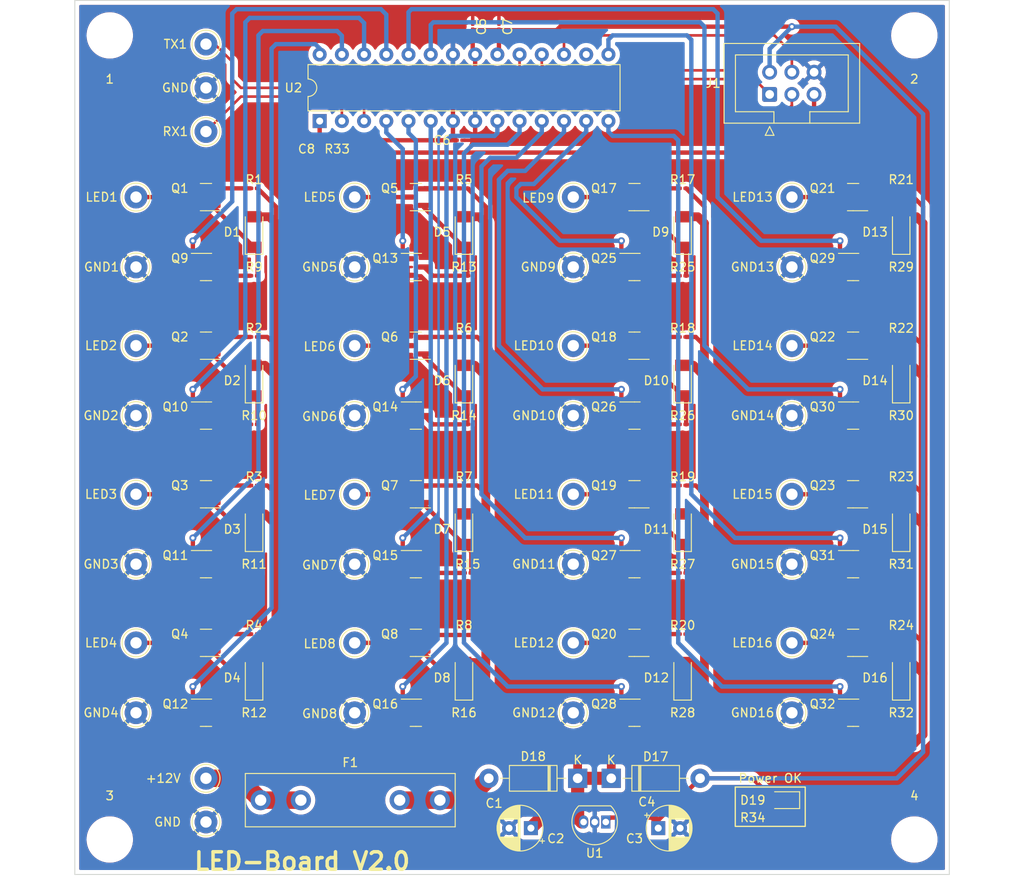
<source format=kicad_pcb>
(kicad_pcb (version 20211014) (generator pcbnew)
  (title_block (title "LED-Board") (date "2022-06-27") (rev "2.0"))
  (layers (0 "F.Cu" signal) (31 "B.Cu" signal) (34 "B.Paste" user) (35 "F.Paste" user) (36 "B.SilkS" user "B.Silkscreen") (37 "F.SilkS" user "F.Silkscreen") (38 "B.Mask" user) (39 "F.Mask" user) (44 "Edge.Cuts" user))
  (net 0 "")
  (net 1 "GND")
  (net 2 "+12V")
  (net 3 "Net-(D3-Pad1)")
  (net 4 "Net-(D4-Pad1)")
  (net 5 "Net-(Q2-Pad2)")
  (net 6 "Net-(LED1-Pad1)")
  (net 7 "Net-(D5-Pad1)")
  (net 8 "Net-(D6-Pad1)")
  (net 9 "Net-(D7-Pad1)")
  (net 10 "Net-(D8-Pad1)")
  (net 11 "Net-(D9-Pad1)")
  (net 12 "Net-(D10-Pad1)")
  (net 13 "Net-(D11-Pad1)")
  (net 14 "Net-(D12-Pad1)")
  (net 15 "Net-(D13-Pad1)")
  (net 16 "Net-(D14-Pad1)")
  (net 17 "Net-(D15-Pad1)")
  (net 18 "Net-(D16-Pad1)")
  (net 19 "Net-(D1-Pad1)")
  (net 20 "Net-(D2-Pad1)")
  (net 21 "Net-(LED2-Pad1)")
  (net 22 "Net-(LED3-Pad1)")
  (net 23 "Net-(LED4-Pad1)")
  (net 24 "Net-(LED5-Pad1)")
  (net 25 "Net-(LED6-Pad1)")
  (net 26 "Net-(LED7-Pad1)")
  (net 27 "Net-(LED8-Pad1)")
  (net 28 "Net-(LED9-Pad1)")
  (net 29 "Net-(LED10-Pad1)")
  (net 30 "Net-(LED11-Pad1)")
  (net 31 "Net-(LED12-Pad1)")
  (net 32 "Net-(LED13-Pad1)")
  (net 33 "Net-(LED14-Pad1)")
  (net 34 "Net-(LED15-Pad1)")
  (net 35 "Net-(LED16-Pad1)")
  (net 36 "Net-(Q1-Pad2)")
  (net 37 "Net-(Q3-Pad2)")
  (net 38 "Net-(Q4-Pad2)")
  (net 39 "Net-(Q5-Pad2)")
  (net 40 "Net-(Q6-Pad2)")
  (net 41 "Net-(Q7-Pad2)")
  (net 42 "Net-(Q8-Pad2)")
  (net 43 "Net-(Q9-Pad3)")
  (net 44 "RESET")
  (net 45 "Net-(Q10-Pad3)")
  (net 46 "MISO")
  (net 47 "Net-(Q11-Pad3)")
  (net 48 "SCK")
  (net 49 "Net-(Q12-Pad3)")
  (net 50 "MOSI")
  (net 51 "Net-(Q13-Pad3)")
  (net 52 "LED1")
  (net 53 "Net-(Q14-Pad3)")
  (net 54 "LED2")
  (net 55 "Net-(Q15-Pad3)")
  (net 56 "LED3")
  (net 57 "Net-(Q16-Pad3)")
  (net 58 "Net-(Q17-Pad2)")
  (net 59 "Net-(Q18-Pad2)")
  (net 60 "Net-(Q19-Pad2)")
  (net 61 "Net-(Q20-Pad2)")
  (net 62 "Net-(Q21-Pad2)")
  (net 63 "Net-(Q22-Pad2)")
  (net 64 "Net-(Q23-Pad2)")
  (net 65 "Net-(Q24-Pad2)")
  (net 66 "LED4")
  (net 67 "Net-(Q25-Pad3)")
  (net 68 "LED5")
  (net 69 "Net-(Q26-Pad3)")
  (net 70 "LED6")
  (net 71 "Net-(Q27-Pad3)")
  (net 72 "LED7")
  (net 73 "Net-(Q28-Pad3)")
  (net 74 "LED8")
  (net 75 "Net-(Q29-Pad3)")
  (net 76 "LED9")
  (net 77 "Net-(Q30-Pad3)")
  (net 78 "LED10")
  (net 79 "Net-(Q31-Pad3)")
  (net 80 "LED11")
  (net 81 "Net-(Q32-Pad3)")
  (net 82 "LED12")
  (net 83 "LED13")
  (net 84 "LED14")
  (net 85 "LED15")
  (net 86 "LED16")
  (net 87 "RX")
  (net 88 "TX")
  (net 89 "SS")
  (net 90 "Net-(+12V_1-Pad1)")
  (net 91 "VCC")
  (net 92 "Net-(D19-Pad1)")
  (net 93 "Net-(D18-Pad2)")
  (footprint "Connector_Pin:Pin_D1.3mm_L11.0mm" (layer "F.Cu") (at 102 59.5)
    (fp_text reference "LED14")
    (fp_text value "MHole")
  )
  (footprint "Diode_SMD:D_MiniMELF" (layer "F.Cu") (at 89.5 97.5 90)
    (fp_text reference "D12")
    (fp_text value "BZV55C3V3")
  )
  (footprint "Connector_Pin:Pin_D1.3mm_L11.0mm" (layer "F.Cu") (at 35 109)
    (fp_text reference "+12V")
    (fp_text value "MHole")
  )
  (footprint "Package_TO_SOT_SMD:SOT-23" (layer "F.Cu") (at 35 101.5)
    (fp_text reference "Q12")
    (fp_text value "BC846")
  )
  (footprint "Resistor_SMD:R_0201_0603Metric_Pad0.64x0.40mm_HandSolder" (layer "F.Cu") (at 64.5 68.5 180)
    (fp_text reference "R14")
    (fp_text value "R_Small")
  )
  (footprint "Package_TO_SOT_SMD:SOT-23" (layer "F.Cu") (at 59 50.5)
    (fp_text reference "Q13")
    (fp_text value "BC846")
  )
  (footprint "Resistor_SMD:R_0201_0603Metric_Pad0.64x0.40mm_HandSolder" (layer "F.Cu") (at 89.5 75.5 180)
    (fp_text reference "R19")
    (fp_text value "R_Small")
  )
  (footprint "Resistor_SMD:R_0201_0603Metric_Pad0.64x0.40mm_HandSolder" (layer "F.Cu") (at 114.5 102.5 180)
    (fp_text reference "R32")
    (fp_text value "R_Small")
  )
  (footprint "Connector_Pin:Pin_D1.3mm_L11.0mm" (layer "F.Cu") (at 52 93.5)
    (fp_text reference "LED8")
    (fp_text value "MHole")
  )
  (footprint "Capacitor_SMD:C_0201_0603Metric_Pad0.64x0.40mm_HandSolder" (layer "F.Cu") (at 64 36)
    (fp_text reference "C6")
    (fp_text value "100n")
  )
  (footprint "Capacitor_SMD:C_0201_0603Metric_Pad0.64x0.40mm_HandSolder" (layer "F.Cu") (at 48 37 -90)
    (fp_text reference "C8")
    (fp_text value "1u")
  )
  (footprint "Connector_Pin:Pin_D1.3mm_L11.0mm" (layer "F.Cu") (at 27 84.5)
    (fp_text reference "GND3")
    (fp_text value "MHole")
  )
  (footprint "Package_DIP:DIP-28_W7.62mm" (layer "F.Cu") (at 48 33.8 90)
    (fp_text reference "U2")
    (fp_text value "ATmega48-20P")
  )
  (footprint "Diode_SMD:D_MiniMELF" (layer "F.Cu") (at 89.5 46.5 90)
    (fp_text reference "D9")
    (fp_text value "BZV55C3V3")
  )
  (footprint "Diode_SMD:D_MiniMELF" (layer "F.Cu") (at 64.5 46.5 90)
    (fp_text reference "D5")
    (fp_text value "BZV55C3V3")
  )
  (footprint "Package_TO_SOT_THT:TO-92_Inline" (layer "F.Cu") (at 80.72 114 180)
    (fp_text reference "U1")
    (fp_text value "L78L05_TO92")
  )
  (footprint "Connector_Pin:Pin_D1.3mm_L11.0mm" (layer "F.Cu") (at 77 101.5)
    (fp_text reference "GND12")
    (fp_text value "MHole")
  )
  (footprint "Diode_THT:D_DO-41_SOD81_P10.16mm_Horizontal" (layer "F.Cu") (at 81.34 109)
    (fp_text reference "D17")
    (fp_text value "1N4006")
  )
  (footprint "Resistor_SMD:R_0201_0603Metric_Pad0.64x0.40mm_HandSolder" (layer "F.Cu") (at 89.5 85.5 180)
    (fp_text reference "R27")
    (fp_text value "R_Small")
  )
  (footprint "Diode_SMD:D_MiniMELF" (layer "F.Cu") (at 40.5 80.5 90)
    (fp_text reference "D3")
    (fp_text value "BZV55C3V3")
  )
  (footprint "Package_TO_SOT_SMD:SOT-23" (layer "F.Cu") (at 84 42.5 180)
    (fp_text reference "Q17")
    (fp_text value "BC856")
  )
  (footprint "Connector_Pin:Pin_D1.3mm_L11.0mm" (layer "F.Cu") (at 77 50.5)
    (fp_text reference "GND9")
    (fp_text value "MHole")
  )
  (footprint "Package_TO_SOT_SMD:SOT-23" (layer "F.Cu") (at 35 93.5 180)
    (fp_text reference "Q4")
    (fp_text value "BC856")
  )
  (footprint "Diode_THT:D_DO-41_SOD81_P10.16mm_Horizontal" (layer "F.Cu") (at 77.5 109 180)
    (fp_text reference "D18")
    (fp_text value "1N4006")
  )
  (footprint "Resistor_SMD:R_0201_0603Metric_Pad0.64x0.40mm_HandSolder" (layer "F.Cu") (at 114.5 92.5 180)
    (fp_text reference "R24")
    (fp_text value "R_Small")
  )
  (footprint "Resistor_SMD:R_0201_0603Metric_Pad0.64x0.40mm_HandSolder" (layer "F.Cu") (at 64.5 51.5 180)
    (fp_text reference "R13")
    (fp_text value "R_Small")
  )
  (footprint "Package_TO_SOT_SMD:SOT-23" (layer "F.Cu") (at 84 59.5 180)
    (fp_text reference "Q18")
    (fp_text value "BC856")
  )
  (footprint "Capacitor_SMD:C_0201_0603Metric_Pad0.64x0.40mm_HandSolder" (layer "F.Cu") (at 65.5 23 90)
    (fp_text reference "C5")
    (fp_text value "100n")
  )
  (footprint "Connector_Pin:Pin_D1.3mm_L11.0mm" (layer "F.Cu") (at 52 59.5)
    (fp_text reference "LED6")
    (fp_text value "MHole")
  )
  (footprint "Connector_Pin:Pin_D1.3mm_L11.0mm" (layer "F.Cu") (at 102 67.5)
    (fp_text reference "GND14")
    (fp_text value "MHole")
  )
  (footprint "Resistor_SMD:R_0201_0603Metric_Pad0.64x0.40mm_HandSolder" (layer "F.Cu") (at 114.5 41.5 180)
    (fp_text reference "R21")
    (fp_text value "R_Small")
  )
  (footprint "Connector_Pin:Pin_D1.3mm_L11.0mm" (layer "F.Cu") (at 77 84.5)
    (fp_text reference "GND11")
    (fp_text value "MHole")
  )
  (footprint "Connector_IDC:IDC-Header_2x03_P2.54mm_Vertical" (layer "F.Cu") (at 99.455 30.7525 90)
    (fp_text reference "J1")
    (fp_text value "AVR-ISP-6")
  )
  (footprint "Connector_Pin:Pin_D1.3mm_L11.0mm" (layer "F.Cu") (at 35 114)
    (fp_text reference "GND")
    (fp_text value "MHole")
  )
  (footprint "Connector_Pin:Pin_D1.3mm_L11.0mm" (layer "F.Cu") (at 102 42.5)
    (fp_text reference "LED13")
    (fp_text value "MHole")
  )
  (footprint "Resistor_SMD:R_0201_0603Metric_Pad0.64x0.40mm_HandSolder" (layer "F.Cu") (at 64.5 75.5 180)
    (fp_text reference "R7")
    (fp_text value "R_Small")
  )
  (footprint "Capacitor_THT:CP_Radial_D5.0mm_P2.50mm" (layer "F.Cu") (at 72.155113 114.7 180)
    (fp_text reference "C1")
    (fp_text value "10u")
  )
  (footprint "Package_TO_SOT_SMD:SOT-23" (layer "F.Cu") (at 109 101.5)
    (fp_text reference "Q32")
    (fp_text value "BC846")
  )
  (footprint "Resistor_SMD:R_0201_0603Metric_Pad0.64x0.40mm_HandSolder" (layer "F.Cu") (at 114.5 51.5 180)
    (fp_text reference "R29")
    (fp_text value "R_Small")
  )
  (footprint "Connector_Pin:Pin_D1.3mm_L11.0mm" (layer "F.Cu") (at 77 76.5)
    (fp_text reference "LED11")
    (fp_text value "MHole")
  )
  (footprint "Diode_SMD:D_MiniMELF" (layer "F.Cu") (at 114.5 80.5 90)
    (fp_text reference "D15")
    (fp_text value "BZV55C3V3")
  )
  (footprint "Connector_Pin:Pin_D1.3mm_L11.0mm" (layer "F.Cu") (at 27 59.5)
    (fp_text reference "LED2")
    (fp_text value "MHole")
  )
  (footprint "Resistor_SMD:R_0201_0603Metric_Pad0.64x0.40mm_HandSolder" (layer "F.Cu") (at 40.5 51.5 180)
    (fp_text reference "R9")
    (fp_text value "R_Small")
  )
  (footprint "Package_TO_SOT_SMD:SOT-23" (layer "F.Cu") (at 35 84.5)
    (fp_text reference "Q11")
    (fp_text value "BC846")
  )
  (footprint "Package_TO_SOT_SMD:SOT-23" (layer "F.Cu") (at 84 101.5)
    (fp_text reference "Q28")
    (fp_text value "BC846")
  )
  (footprint "Pabst:Layer1" (layer "F.Cu") (at 29.075 117.625)
    (fp_text reference " ")
    (fp_text value "Layer1")
  )
  (footprint "Diode_SMD:D_0805_2012Metric_Pad1.15x1.40mm_HandSolder" (layer "F.Cu") (at 101.025 111.5 180)
    (fp_text reference "D19")
    (fp_text value "LED")
  )
  (footprint "Connector_Pin:Pin_D1.3mm_L11.0mm" (layer "F.Cu") (at 27 42.5)
    (fp_text reference "LED1")
    (fp_text value "MHole")
  )
  (footprint "Package_TO_SOT_SMD:SOT-23" (layer "F.Cu") (at 109 84.5)
    (fp_text reference "Q31")
    (fp_text value "BC846")
  )
  (footprint "Capacitor_THT:CP_Radial_D5.0mm_P2.50mm" (layer "F.Cu") (at 86.714888 114.7)
    (fp_text reference "C4")
    (fp_text value "10u")
  )
  (footprint "Connector_Pin:Pin_D1.3mm_L11.0mm" (layer "F.Cu") (at 27 50.5)
    (fp_text reference "GND1")
    (fp_text value "MHole")
  )
  (footprint "Resistor_SMD:R_0201_0603Metric_Pad0.64x0.40mm_HandSolder" (layer "F.Cu") (at 89.5 68.5 180)
    (fp_text reference "R26")
    (fp_text value "R_Small")
  )
  (footprint "Resistor_SMD:R_0201_0603Metric_Pad0.64x0.40mm_HandSolder" (layer "F.Cu") (at 89.5 41.5 180)
    (fp_text reference "R17")
    (fp_text value "R_Small")
  )
  (footprint "Diode_SMD:D_MiniMELF" (layer "F.Cu") (at 64.5 63.5 90)
    (fp_text reference "D6")
    (fp_text value "BZV55C3V3")
  )
  (footprint "Resistor_SMD:R_0201_0603Metric_Pad0.64x0.40mm_HandSolder" (layer "F.Cu") (at 89.5 58.5 180)
    (fp_text reference "R18")
    (fp_text value "R_Small")
  )
  (footprint "Resistor_SMD:R_0201_0603Metric_Pad0.64x0.40mm_HandSolder" (layer "F.Cu") (at 40.5 75.5 180)
    (fp_text reference "R3")
    (fp_text value "R_Small")
  )
  (footprint "Capacitor_SMD:C_0201_0603Metric_Pad0.64x0.40mm_HandSolder" (layer "F.Cu") (at 84 113.9 -90)
    (fp_text reference "C3")
    (fp_text value "100n")
  )
  (footprint "Diode_SMD:D_MiniMELF" (layer "F.Cu") (at 64.5 97.5 90)
    (fp_text reference "D8")
    (fp_text value "BZV55C3V3")
  )
  (footprint "Resistor_SMD:R_0201_0603Metric_Pad0.64x0.40mm_HandSolder" (layer "F.Cu") (at 40.5 68.5 180)
    (fp_text reference "R10")
    (fp_text value "R_Small")
  )
  (footprint "Package_TO_SOT_SMD:SOT-23" (layer "F.Cu") (at 35 67.5)
    (fp_text reference "Q10")
    (fp_text value "BC846")
  )
  (footprint "Resistor_SMD:R_0201_0603Metric_Pad0.64x0.40mm_HandSolder" (layer "F.Cu") (at 40.5 58.5 180)
    (fp_text reference "R2")
    (fp_text value "R_Small")
  )
  (footprint "Fuse:Fuseholder_Littelfuse_100_series_5x20mm" (layer "F.Cu") (at 41.25 111.5)
    (fp_text reference "F1")
    (fp_text value "1A")
  )
  (footprint "Resistor_SMD:R_0201_0603Metric_Pad0.64x0.40mm_HandSolder" (layer "F.Cu") (at 100.025 113.5 180)
    (fp_text reference "R34")
    (fp_text value "333")
  )
  (footprint "Package_TO_SOT_SMD:SOT-23" (layer "F.Cu") (at 84 93.5 180)
    (fp_text reference "Q20")
    (fp_text value "BC856")
  )
  (footprint "Diode_SMD:D_MiniMELF" (layer "F.Cu") (at 64.5 80.5 90)
    (fp_text reference "D7")
    (fp_text value "BZV55C3V3")
  )
  (footprint "Package_TO_SOT_SMD:SOT-23" (layer "F.Cu") (at 109 76.5 180)
    (fp_text reference "Q23")
    (fp_text value "BC856")
  )
  (footprint "Resistor_SMD:R_0201_0603Metric_Pad0.64x0.40mm_HandSolder" (layer "F.Cu") (at 89.5 92.5 180)
    (fp_text reference "R20")
    (fp_text value "R_Small")
  )
  (footprint "Diode_SMD:D_MiniMELF" (layer "F.Cu") (at 89.5 80.5 90)
    (fp_text reference "D11")
    (fp_text value "BZV55C3V3")
  )
  (footprint "Connector_Pin:Pin_D1.3mm_L11.0mm" (layer "F.Cu") (at 102 50.5)
    (fp_text reference "GND13")
    (fp_text value "MHole")
  )
  (footprint "Connector_Pin:Pin_D1.3mm_L11.0mm" (layer "F.Cu") (at 77 67.5)
    (fp_text reference "GND10")
    (fp_text value "MHole")
  )
  (footprint "Connector_Pin:Pin_D1.3mm_L11.0mm" (layer "F.Cu") (at 52 67.5)
    (fp_text reference "GND6")
    (fp_text value "MHole")
  )
  (footprint "Connector_Pin:Pin_D1.3mm_L11.0mm" (layer "F.Cu") (at 77 59.5)
    (fp_text reference "LED10")
    (fp_text value "MHole")
  )
  (footprint "Package_TO_SOT_SMD:SOT-23" (layer "F.Cu") (at 84 84.5)
    (fp_text reference "Q27")
    (fp_text value "BC846")
  )
  (footprint "Pabst:Layer2" (layer "F.Cu") (at 29.075 117.625)
    (fp_text reference " ")
    (fp_text value "Layer2")
  )
  (footprint "Package_TO_SOT_SMD:SOT-23" (layer "F.Cu") (at 59 84.5)
    (fp_text reference "Q15")
    (fp_text value "BC846")
  )
  (footprint "Package_TO_SOT_SMD:SOT-23" (layer "F.Cu") (at 35 50.5)
    (fp_text reference "Q9")
    (fp_text value "BC846")
  )
  (footprint "Package_TO_SOT_SMD:SOT-23" (layer "F.Cu") (at 59 101.5)
    (fp_text reference "Q16")
    (fp_text value "BC846")
  )
  (footprint "Package_TO_SOT_SMD:SOT-23" (layer "F.Cu") (at 59 67.5)
    (fp_text reference "Q14")
    (fp_text value "BC846")
  )
  (footprint "Resistor_SMD:R_0201_0603Metric_Pad0.64x0.40mm_HandSolder" (layer "F.Cu") (at 40.5 85.5 180)
    (fp_text reference "R11")
    (fp_text value "R_Small")
  )
  (footprint "Connector_Pin:Pin_D1.3mm_L11.0mm" (layer "F.Cu") (at 52 101.5)
    (fp_text reference "GND8")
    (fp_text value "MHole")
  )
  (footprint "Package_TO_SOT_SMD:SOT-23" (layer "F.Cu") (at 59 93.5 180)
    (fp_text reference "Q8")
    (fp_text value "BC856")
  )
  (footprint "Diode_SMD:D_MiniMELF" (layer "F.Cu") (at 114.5 63.5 90)
    (fp_text reference "D14")
    (fp_text value "BZV55C3V3")
  )
  (footprint "Connector_Pin:Pin_D1.3mm_L11.0mm" (layer "F.Cu") (at 77 42.5)
    (fp_text reference "LED9")
    (fp_text value "MHole")
  )
  (footprint "Resistor_SMD:R_0201_0603Metric_Pad0.64x0.40mm_HandSolder" (layer "F.Cu") (at 64.5 41.5 180)
    (fp_text reference "R5")
    (fp_text value "R_Small")
  )
  (footprint "Package_TO_SOT_SMD:SOT-23" (layer "F.Cu") (at 59 42.5 180)
    (fp_text reference "Q5")
    (fp_text value "BC856")
  )
  (footprint "Connector_Pin:Pin_D1.3mm_L11.0mm" (layer "F.Cu") (at 35 30)
    (fp_text reference "GND")
    (fp_text value "MHole")
  )
  (footprint "Package_TO_SOT_SMD:SOT-23" (layer "F.Cu") (at 59 59.5 180)
    (fp_text reference "Q6")
    (fp_text value "BC856")
  )
  (footprint "Resistor_SMD:R_0201_0603Metric_Pad0.64x0.40mm_HandSolder" (layer "F.Cu") (at 89.5 51.5 180)
    (fp_text reference "R25")
    (fp_text value "R_Small")
  )
  (footprint "Connector_Pin:Pin_D1.3mm_L11.0mm" (layer "F.Cu") (at 35 35)
    (fp_text reference "RX1")
    (fp_text value "MHole")
  )
  (footprint "Diode_SMD:D_MiniMELF" (layer "F.Cu") (at 89.5 63.5 90)
    (fp_text reference "D10")
    (fp_text value "BZV55C3V3")
  )
  (footprint "Resistor_SMD:R_0201_0603Metric_Pad0.64x0.40mm_HandSolder" (layer "F.Cu") (at 40.5 92.5 180)
    (fp_text reference "R4")
    (fp_text value "R_Small")
  )
  (footprint "Resistor_SMD:R_0201_0603Metric_Pad0.64x0.40mm_HandSolder" (layer "F.Cu") (at 114.5 75.5 180)
    (fp_text reference "R23")
    (fp_text value "R_Small")
  )
  (footprint "Package_TO_SOT_SMD:SOT-23" (layer "F.Cu") (at 35 42.5 180)
    (fp_text reference "Q1")
    (fp_text value "BC856")
  )
  (footprint "Diode_SMD:D_MiniMELF" (layer "F.Cu") (at 114.5 46.5 90)
    (fp_text reference "D13")
    (fp_text value "BZV55C3V3")
  )
  (footprint "MountingHole:MountingHole_4.3mm_M4_DIN965" (layer "F.Cu") (at 24 116)
    (fp_text reference "3")
    (fp_text value "MountingHole_4.3mm_M4_DIN965")
  )
  (footprint "Diode_SMD:D_MiniMELF" (layer "F.Cu") (at 114.5 97.5 90)
    (fp_text reference "D16")
    (fp_text value "BZV55C3V3")
  )
  (footprint "Diode_SMD:D_MiniMELF" (layer "F.Cu") (at 40.5 46.5 90)
    (fp_text reference "D1")
    (fp_text value "BZV55C3V3")
  )
  (footprint "Package_TO_SOT_SMD:SOT-23" (layer "F.Cu") (at 84 67.5)
    (fp_text reference "Q26")
    (fp_text value "BC846")
  )
  (footprint "Connector_Pin:Pin_D1.3mm_L11.0mm" (layer "F.Cu") (at 52 50.5)
    (fp_text reference "GND5")
    (fp_text value "MHole")
  )
  (footprint "Connector_Pin:Pin_D1.3mm_L11.0mm" (layer "F.Cu") (at 52 84.5)
    (fp_text reference "GND7")
    (fp_text value "MHole")
  )
  (footprint "Package_TO_SOT_SMD:SOT-23" (layer "F.Cu") (at 35 59.5 180)
    (fp_text reference "Q2")
    (fp_text value "BC856")
  )
  (footprint "Connector_Pin:Pin_D1.3mm_L11.0mm" (layer "F.Cu") (at 102 84.5)
    (fp_text reference "GND15")
    (fp_text value "MHole")
  )
  (footprint "Connector_Pin:Pin_D1.3mm_L11.0mm" (layer "F.Cu") (at 27 76.5)
    (fp_text reference "LED3")
    (fp_text value "MHole")
  )
  (footprint "MountingHole:MountingHole_4.3mm_M4_DIN965" (layer "F.Cu") (at 116 24)
    (fp_text reference "2")
    (fp_text value "MountingHole_4.3mm_M4_DIN965")
  )
  (footprint "Resistor_SMD:R_0201_0603Metric_Pad0.64x0.40mm_HandSolder" (layer "F.Cu") (at 114.5 68.5 180)
    (fp_text reference "R30")
    (fp_text value "R_Small")
  )
  (footprint "Package_TO_SOT_SMD:SOT-23" (layer "F.Cu") (at 109 42.5 180)
    (fp_text reference "Q21")
    (fp_text value "BC856")
  )
  (footprint "Resistor_SMD:R_0201_0603Metric_Pad0.64x0.40mm_HandSolder" (layer "F.Cu") (at 114.5 85.5 180)
    (fp_text reference "R31")
    (fp_text value "R_Small")
  )
  (footprint "Capacitor_SMD:C_0201_0603Metric_Pad0.64x0.40mm_HandSolder" (layer "F.Cu") (at 75 113.9 -90)
    (fp_text reference "C2")
    (fp_text value "100n")
  )
  (footprint "Package_TO_SOT_SMD:SOT-23" (layer "F.Cu") (at 59 76.5 180)
    (fp_text reference "Q7")
    (fp_text value "BC856")
  )
  (footprint "Connector_Pin:Pin_D1.3mm_L11.0mm" (layer "F.Cu") (at 27 93.5)
    (fp_text reference "LED4")
    (fp_text value "MHole")
  )
  (footprint "Resistor_SMD:R_0201_0603Metric_Pad0.64x0.40mm_HandSolder" (layer "F.Cu") (at 64.9325 85.5 180)
    (fp_text reference "R15")
    (fp_text value "R_Small")
  )
  (footprint "Diode_SMD:D_MiniMELF" (layer "F.Cu") (at 40.5 97.5 90)
    (fp_text reference "D4")
    (fp_text value "BZV55C3V3")
  )
  (footprint "Connector_Pin:Pin_D1.3mm_L11.0mm" (layer "F.Cu") (at 102 101.5)
    (fp_text reference "GND16")
    (fp_text value "MHole")
  )
  (footprint "Resistor_SMD:R_0201_0603Metric_Pad0.64x0.40mm_HandSolder" (layer "F.Cu") (at 64.5 58.5 180)
    (fp_text reference "R6")
    (fp_text value "R_Small")
  )
  (footprint "MountingHole:MountingHole_4.3mm_M4_DIN965" (layer "F.Cu") (at 24 24)
    (fp_text reference "1")
    (fp_text value "MountingHole_4.3mm_M4_DIN965")
  )
  (footprint "MountingHole:MountingHole_4.3mm_M4_DIN965" (layer "F.Cu") (at 116 116)
    (fp_text reference "4")
    (fp_text value "MountingHole_4.3mm_M4_DIN965")
  )
  (footprint "Connector_Pin:Pin_D1.3mm_L11.0mm" (layer "F.Cu") (at 52 42.5)
    (fp_text reference "LED5")
    (fp_text value "MHole")
  )
  (footprint "Resistor_SMD:R_0201_0603Metric_Pad0.64x0.40mm_HandSolder" (layer "F.Cu") (at 64.5 102.5 180)
    (fp_text reference "R16")
    (fp_text value "R_Small")
  )
  (footprint "Resistor_SMD:R_0201_0603Metric_Pad0.64x0.40mm_HandSolder" (layer "F.Cu") (at 89.5 102.5 180)
    (fp_text reference "R28")
    (fp_text value "R_Small")
  )
  (footprint "Resistor_SMD:R_0201_0603Metric_Pad0.64x0.40mm_HandSolder" (layer "F.Cu") (at 64.5 92.600781 180)
    (fp_text reference "R8")
    (fp_text value "R_Small")
  )
  (footprint "Package_TO_SOT_SMD:SOT-23" (layer "F.Cu") (at 109 93.5 180)
    (fp_text reference "Q24")
    (fp_text value "BC856")
  )
  (footprint "Package_TO_SOT_SMD:SOT-23" (layer "F.Cu") (at 35 76.5 180)
    (fp_text reference "Q3")
    (fp_text value "BC856")
  )
  (footprint "Package_TO_SOT_SMD:SOT-23" (layer "F.Cu") (at 84 50.5)
    (fp_text reference "Q25")
    (fp_text value "BC846")
  )
  (footprint "Connector_Pin:Pin_D1.3mm_L11.0mm" (layer "F.Cu") (at 102 93.5)
    (fp_text reference "LED16")
    (fp_text value "MHole")
  )
  (footprint "Connector_Pin:Pin_D1.3mm_L11.0mm" (layer "F.Cu") (at 27 101.5)
    (fp_text reference "GND4")
    (fp_text value "MHole")
  )
  (footprint "Package_TO_SOT_SMD:SOT-23" (layer "F.Cu") (at 84 76.5 180)
    (fp_text reference "Q19")
    (fp_text value "BC856")
  )
  (footprint "Resistor_SMD:R_0201_0603Metric_Pad0.64x0.40mm_HandSolder" (layer "F.Cu") (at 40.5 102.5 180)
    (fp_text reference "R12")
    (fp_text value "R_Small")
  )
  (footprint "Resistor_SMD:R_0201_0603Metric_Pad0.64x0.40mm_HandSolder" (layer "F.Cu") (at 114.5 58.5 180)
    (fp_text reference "R22")
    (fp_text value "R_Small")
  )
  (footprint "Package_TO_SOT_SMD:SOT-23" (layer "F.Cu") (at 109 59.5 180)
    (fp_text reference "Q22")
    (fp_text value "BC856")
  )
  (footprint "Connector_Pin:Pin_D1.3mm_L11.0mm" (layer "F.Cu") (at 102 76.5)
    (fp_text reference "LED15")
    (fp_text value "MHole")
  )
  (footprint "Resistor_SMD:R_0201_0603Metric_Pad0.64x0.40mm_HandSolder" (layer "F.Cu") (at 52 37 -90)
    (fp_text reference "R33")
    (fp_text value "10k")
  )
  (footprint "Capacitor_SMD:C_0201_0603Metric_Pad0.64x0.40mm_HandSolder" (layer "F.Cu") (at 68.5 23 90)
    (fp_text reference "C7")
    (fp_text value "100n")
  )
  (footprint "Connector_Pin:Pin_D1.3mm_L11.0mm" (layer "F.Cu") (at 35 25)
    (fp_text reference "TX1")
    (fp_text value "MHole")
  )
  (footprint "Diode_SMD:D_MiniMELF" (layer "F.Cu") (at 40.5 63.5 90)
    (fp_text reference "D2")
    (fp_text value "BZV55C3V3")
  )
  (footprint "Resistor_SMD:R_0201_0603Metric_Pad0.64x0.40mm_HandSolder" (layer "F.Cu") (at 40.5 41.5 180)
    (fp_text reference "R1")
    (fp_text value "R_Small")
  )
  (footprint "Package_TO_SOT_SMD:SOT-23" (layer "F.Cu") (at 109 50.5)
    (fp_text reference "Q29")
    (fp_text value "BC846")
  )
  (footprint "Connector_Pin:Pin_D1.3mm_L11.0mm" (layer "F.Cu") (at 52 76.5)
    (fp_text reference "LED7")
    (fp_text value "MHole")
  )
  (footprint "Connector_Pin:Pin_D1.3mm_L11.0mm" (layer "F.Cu") (at 77 93.5)
    (fp_text reference "LED12")
    (fp_text value "MHole")
  )
  (footprint "Package_TO_SOT_SMD:SOT-23" (layer "F.Cu") (at 109 67.5)
    (fp_text reference "Q30")
    (fp_text value "BC846")
  )
  (footprint "Connector_Pin:Pin_D1.3mm_L11.0mm" (layer "F.Cu") (at 27 67.5)
    (fp_text reference "GND2")
    (fp_text value "MHole")
  )
  (gr_rect (start 95.525 110) (end 103.525 114.5) (layer "F.SilkS") (width 0.15) (fill none))
  (gr_line (start 120 20) (end 120 120) (layer "Edge.Cuts") (width 0.1))
  (gr_line (start 20 120) (end 20 20) (layer "Edge.Cuts") (width 0.1))
  (gr_line (start 120 120) (end 20 120) (layer "Edge.Cuts") (width 0.1))
  (gr_line (start 20 20) (end 120 20) (layer "Edge.Cuts") (width 0.1))
  (gr_text "LED-Board V2.0" (at 46 118.5) (layer "F.SilkS") (effects (font (size 2 2) (thickness 0.4))))
  (gr_text "Power OK" (at 99.525 109) (layer "F.SilkS") (effects (font (size 1 1))))
  (segment (start 92 76.5) (end 92 80) (width 1) (layer "F.Cu") (net 2))
  (segment (start 117 97) (end 117 104) (width 1) (layer "F.Cu") (net 2))
  (segment (start 81.34 105.16) (end 81.34 109) (width 1) (layer "F.Cu") (net 2))
  (segment (start 89.9075 92.5) (end 91 92.5) (width 0.5) (layer "F.Cu") (net 2))
  (segment (start 42 92.5) (end 43 93.5) (width 0.5) (layer "F.Cu") (net 2))
  (segment (start 43 93.5) (end 43 97) (width 1) (layer "F.Cu") (net 2))
  (segment (start 89.5 78.75) (end 90.75 78.75) (width 1) (layer "F.Cu") (net 2))
  (segment (start 81.5 105) (end 81.34 105.16) (width 1) (layer "F.Cu") (net 2))
  (segment (start 117 93.5) (end 117 97) (width 1) (layer "F.Cu") (net 2))
  (segment (start 43 80) (end 43 93.5) (width 1) (layer "F.Cu") (net 2))
  (segment (start 91 75.5) (end 92 76.5) (width 0.5) (layer "F.Cu") (net 2))
  (segment (start 92 80) (end 92 93.5) (width 1) (layer "F.Cu") (net 2))
  (segment (start 117 104) (end 116 105) (width 1) (layer "F.Cu") (net 2))
  (segment (start 77.5 113.52452) (end 77.97548 114) (width 1.5) (layer "F.Cu") (net 2))
  (segment (start 42 58.5) (end 43 59.5) (width 0.5) (layer "F.Cu") (net 2))
  (segment (start 96 105) (end 116 105) (width 1) (layer "F.Cu") (net 2))
  (segment (start 90.75 61.75) (end 92 63) (width 1) (layer "F.Cu") (net 2))
  (segment (start 114.9075 92.5) (end 116 92.5) (width 0.5) (layer "F.Cu") (net 2))
  (segment (start 41.75 78.75) (end 43 80) (width 1) (layer "F.Cu") (net 2))
  (segment (start 115.75 95.75) (end 117 97) (width 1) (layer "F.Cu") (net 2))
  (segment (start 67 97) (end 67 104) (width 1) (layer "F.Cu") (net 2))
  (segment (start 40.5 78.75) (end 41.75 78.75) (width 1) (layer "F.Cu") (net 2))
  (segment (start 40.9075 58.5) (end 42 58.5) (width 0.5) (layer "F.Cu") (net 2))
  (segment (start 92 104) (end 91 105) (width 1) (layer "F.Cu") (net 2))
  (segment (start 44 105) (end 67.5 105) (width 1) (layer "F.Cu") (net 2))
  (segment (start 67 63) (end 67 76.5) (width 1) (layer "F.Cu") (net 2))
  (segment (start 83.5 105) (end 96 105) (width 1) (layer "F.Cu") (net 2))
  (segment (start 92 97) (end 92 104) (width 1) (layer "F.Cu") (net 2))
  (segment (start 66.100781 92.600781) (end 67 93.5) (width 0.5) (layer "F.Cu") (net 2))
  (segment (start 90.75 95.75) (end 92 97) (width 1) (layer "F.Cu") (net 2))
  (segment (start 43 43.5925) (end 43 45.5) (width 0.5) (layer "F.Cu") (net 2))
  (segment (start 114.9075 58.5) (end 116 58.5) (width 0.5) (layer "F.Cu") (net 2))
  (segment (start 81.5 105) (end 83.5 105) (width 1) (layer "F.Cu") (net 2))
  (segment (start 115.75 78.75) (end 117 80) (width 1) (layer "F.Cu") (net 2))
  (segment (start 90.75 78.75) (end 92 80) (width 1) (layer "F.Cu") (net 2))
  (segment (start 116.25 44.75) (end 117 45.5) (width 1) (layer "F.Cu") (net 2))
  (segment (start 67 93.5) (end 67 97) (width 1) (layer "F.Cu") (net 2))
  (segment (start 77.01596 113.04048) (end 77.5 113.52452) (width 1.5) (layer "F.Cu") (net 2))
  (segment (start 40.9075 75.5) (end 42 75.5) (width 0.5) (layer "F.Cu") (net 2))
  (segment (start 117 43.5925) (end 117 45.5) (width 0.5) (layer "F.Cu") (net 2))
  (segment (start 115.75 61.75) (end 117 63) (width 1) (layer "F.Cu") (net 2))
  (segment (start 77.5 109) (end 77.5 105) (width 1) (layer "F.Cu") (net 2))
  (segment (start 41.75 61.75) (end 43 63) (width 1) (layer "F.Cu") (net 2))
  (segment (start 64.9075 75.5) (end 66 75.5) (width 0.5) (layer "F.Cu") (net 2))
  (segment (start 66 75.5) (end 67 76.5) (width 0.5) (layer "F.Cu") (net 2))
  (segment (start 64.9075 41.5) (end 67 43.5925) (width 0.5) (layer "F.Cu") (net 2))
  (segment (start 66 58.5) (end 67 59.5) (width 0.5) (layer "F.Cu") (net 2))
  (segment (start 42.25 44.75) (end 43 45.5) (width 1) (layer "F.Cu") (net 2))
  (segment (start 114.5 95.75) (end 115.75 95.75) (width 1) (layer "F.Cu") (net 2))
  (segment (start 64.5 78.75) (end 65.75 78.75) (width 1) (layer "F.Cu") (net 2))
  (segment (start 117 45.5) (end 117 59.5) (width 1) (layer "F.Cu") (net 2))
  (segment (start 92 43.5925) (end 92 45.5) (width 0.5) (layer "F.Cu") (net 2))
  (segment (start 41.75 95.75) (end 43 97) (width 1) (layer "F.Cu") (net 2))
  (segment (start 43 63) (end 43 76.5) (width 1) (layer "F.Cu") (net 2))
  (segment (start 67.5 105) (end 68 105) (width 1) (layer "F.Cu") (net 2))
  (segment (start 92 63) (end 92 76.5) (width 1) (layer "F.Cu") (net 2))
  (segment (start 40.5 61.75) (end 41.75 61.75) (width 1) (layer "F.Cu") (net 2))
  (segment (start 43 45.5) (end 43 59.5) (width 1) (layer "F.Cu") (net 2))
  (segment (start 89.5 61.75) (end 90.75 61.75) (width 1) (layer "F.Cu") (net 2))
  (segment (start 117 80) (end 117 93.5) (width 1) (layer "F.Cu") (net 2))
  (segment (start 117 59.5) (end 117 63) (width 1) (layer "F.Cu") (net 2))
  (segment (start 40.5 95.75) (end 41.75 95.75) (width 1) (layer "F.Cu") (net 2))
  (segment (start 64.5 61.75) (end 65.75 61.75) (width 1) (layer "F.Cu") (net 2))
  (segment (start 89.9075 41.5) (end 92 43.5925) (width 0.5) (layer "F.Cu") (net 2))
  (segment (start 43 97) (end 43 104) (width 1) (layer "F.Cu") (net 2))
  (segment (start 117 76.5) (end 117 80) (width 1) (layer "F.Cu") (net 2))
  (segment (start 43 76.5) (end 43 80) (width 1) (layer "F.Cu") (net 2))
  (segment (start 77.5 109) (end 81.34 109) (width 1.5) (layer "F.Cu") (net 2))
  (segment (start 67 104) (end 68 105) (width 1) (layer "F.Cu") (net 2))
  (segment (start 117 63) (end 117 76.5) (width 1) (layer "F.Cu") (net 2))
  (segment (start 64.9075 58.5) (end 66 58.5) (width 0.5) (layer "F.Cu") (net 2))
  (segment (start 40.5 44.75) (end 42.25 44.75) (width 1) (layer "F.Cu") (net 2))
  (segment (start 73.814633 113.04048) (end 77.01596 113.04048) (width 1.5) (layer "F.Cu") (net 2))
  (segment (start 89.5 95.75) (end 90.75 95.75) (width 1) (layer "F.Cu") (net 2))
  (segment (start 114.9075 41.5) (end 117 43.5925) (width 0.5) (layer "F.Cu") (net 2))
  (segment (start 77.5 105) (end 79.5 105) (width 1) (layer "F.Cu") (net 2))
  (segment (start 92 45.5) (end 92 59.5) (width 1) (layer "F.Cu") (net 2))
  (segment (start 72.155113 114.7) (end 73.814633 113.04048) (width 1.5) (layer "F.Cu") (net 2))
  (segment (start 65.75 95.75) (end 67 97) (width 1) (layer "F.Cu") (net 2))
  (segment (start 65.75 78.75) (end 67 80) (width 1) (layer "F.Cu") (net 2))
  (segment (start 66.25 44.75) (end 67 45.5) (width 1) (layer "F.Cu") (net 2))
  (segment (start 91 58.5) (end 92 59.5) (width 0.5) (layer "F.Cu") (net 2))
  (segment (start 67 76.5) (end 67 80) (width 1) (layer "F.Cu") (net 2))
  (segment (start 68 105) (end 71.5 105) (width 1) (layer "F.Cu") (net 2))
  (segment (start 67 80) (end 67 93.5) (width 1) (layer "F.Cu") (net 2))
  (segment (start 92 59.5) (end 92 63) (width 1) (layer "F.Cu") (net 2))
  (segment (start 67 43.5925) (end 67 45.5) (width 0.5) (layer "F.Cu") (net 2))
  (segment (start 89.9075 58.5) (end 91 58.5) (width 0.5) (layer "F.Cu") (net 2))
  (segment (start 91 92.5) (end 92 93.5) (width 0.5) (layer "F.Cu") (net 2))
  (segment (start 64.5 44.75) (end 66.25 44.75) (width 1) (layer "F.Cu") (net 2))
  (segment (start 114.5 61.75) (end 115.75 61.75) (width 1) (layer "F.Cu") (net 2))
  (segment (start 91 105) (end 96 105) (width 1) (layer "F.Cu") (net 2))
  (segment (start 42 75.5) (end 43 76.5) (width 0.5) (layer "F.Cu") (net 2))
  (segment (start 67 45.5) (end 67 59.5) (width 1) (layer "F.Cu") (net 2))
  (segment (start 77.5 109) (end 77.5 113.52452) (width 1.5) (layer "F.Cu") (net 2))
  (segment (start 114.5 44.75) (end 116.25 44.75) (width 1) (layer "F.Cu") (net 2))
  (segment (start 116 92.5) (end 117 93.5) (width 0.5) (layer "F.Cu") (net 2))
  (segment (start 92 93.5) (end 92 97) (width 1) (layer "F.Cu") (net 2))
  (segment (start 40.9075 41.5) (end 43 43.5925) (width 0.5) (layer "F.Cu") (net 2))
  (segment (start 71.5 105) (end 77.5 105) (width 1) (layer "F.Cu") (net 2))
  (segment (start 116 75.5) (end 117 76.5) (width 0.5) (layer "F.Cu") (net 2))
  (segment (start 43 59.5) (end 43 63) (width 1) (layer "F.Cu") (net 2))
  (segment (start 40.9075 92.5) (end 42 92.5) (width 0.5) (layer "F.Cu") (net 2))
  (segment (start 65.75 61.75) (end 67 63) (width 1) (layer "F.Cu") (net 2))
  (segment (start 89.5 44.75) (end 91.25 44.75) (width 1) (layer "F.Cu") (net 2))
  (segment (start 114.5 78.75) (end 115.75 78.75) (width 1) (layer "F.Cu") (net 2))
  (segment (start 91.25 44.75) (end 92 45.5) (width 1) (layer "F.Cu") (net 2))
  (segment (start 79.5 105) (end 81.5 105) (width 1) (layer "F.Cu") (net 2))
  (segment (start 43 104) (end 44 105) (width 1) (layer "F.Cu") (net 2))
  (segment (start 89.9075 75.5) (end 91 75.5) (width 0.5) (layer "F.Cu") (net 2))
  (segment (start 64.5 95.75) (end 65.75 95.75) (width 1) (layer "F.Cu") (net 2))
  (segment (start 116 58.5) (end 117 59.5) (width 0.5) (layer "F.Cu") (net 2))
  (segment (start 64.9075 92.600781) (end 66.100781 92.600781) (width 0.5) (layer "F.Cu") (net 2))
  (segment (start 114.9075 75.5) (end 116 75.5) (width 0.5) (layer "F.Cu") (net 2))
  (segment (start 67 59.5) (end 67 63) (width 1) (layer "F.Cu") (net 2))
  (segment (start 35.9375 77.45) (end 35.9375 77.6875) (width 0.5) (layer "F.Cu") (net 3))
  (segment (start 35.9375 77.6875) (end 40.5 82.25) (width 0.5) (layer "F.Cu") (net 3))
  (segment (start 40.9075 82.6575) (end 40.9075 85.5) (width 0.5) (layer "F.Cu") (net 3))
  (segment (start 40.5 82.25) (end 40.9075 82.6575) (width 0.5) (layer "F.Cu") (net 3))
  (segment (start 35.9375 94.45) (end 35.9375 94.6875) (width 0.5) (layer "F.Cu") (net 4))
  (segment (start 40.9075 99.6575) (end 40.9075 102.5) (width 0.5) (layer "F.Cu") (net 4))
  (segment (start 35.9375 94.6875) (end 40.5 99.25) (width 0.5) (layer "F.Cu") (net 4))
  (segment (start 40.5 99.25) (end 40.9075 99.6575) (width 0.5) (layer "F.Cu") (net 4))
  (segment (start 35.9875 58.5) (end 35.9375 58.55) (width 0.5) (layer "F.Cu") (net 5))
  (segment (start 40.0925 58.5) (end 35.9875 58.5) (width 0.5) (layer "F.Cu") (net 5))
  (segment (start 34.0625 42.5) (end 27 42.5) (width 0.5) (layer "F.Cu") (net 6))
  (segment (start 59.9375 43.45) (end 59.9375 43.6875) (width 0.5) (layer "F.Cu") (net 7))
  (segment (start 64.5 48.25) (end 64.9075 48.6575) (width 0.5) (layer "F.Cu") (net 7))
  (segment (start 59.9375 43.6875) (end 64.5 48.25) (width 0.5) (layer "F.Cu") (net 7))
  (segment (start 64.9075 48.6575) (end 64.9075 51.5) (width 0.5) (layer "F.Cu") (net 7))
  (segment (start 59.9375 60.6875) (end 64.5 65.25) (width 0.5) (layer "F.Cu") (net 8))
  (segment (start 59.9375 60.45) (end 59.9375 60.6875) (width 0.5) (layer "F.Cu") (net 8))
  (segment (start 64.5 65.25) (end 64.9075 65.6575) (width 0.5) (layer "F.Cu") (net 8))
  (segment (start 64.9075 65.6575) (end 64.9075 68.5) (width 0.5) (layer "F.Cu") (net 8))
  (segment (start 65.34 83.09) (end 65.34 85.5) (width 0.5) (layer "F.Cu") (net 9))
  (segment (start 64.5 82.25) (end 65.34 83.09) (width 0.5) (layer "F.Cu") (net 9))
  (segment (start 59.9375 77.6875) (end 64.5 82.25) (width 0.5) (layer "F.Cu") (net 9))
  (segment (start 59.9375 77.45) (end 59.9375 77.6875) (width 0.5) (layer "F.Cu") (net 9))
  (segment (start 59.9375 94.6875) (end 64.5 99.25) (width 0.5) (layer "F.Cu") (net 10))
  (segment (start 64.5 99.25) (end 64.9075 99.6575) (width 0.5) (layer "F.Cu") (net 10))
  (segment (start 64.9075 99.6575) (end 64.9075 102.5) (width 0.5) (layer "F.Cu") (net 10))
  (segment (start 59.9375 94.45) (end 59.9375 94.6875) (width 0.5) (layer "F.Cu") (net 10))
  (segment (start 84.9375 43.45) (end 84.9375 43.6875) (width 0.5) (layer "F.Cu") (net 11))
  (segment (start 84.9375 43.6875) (end 89.5 48.25) (width 0.5) (layer "F.Cu") (net 11))
  (segment (start 89.5 48.25) (end 89.9075 48.6575) (width 0.5) (layer "F.Cu") (net 11))
  (segment (start 89.9075 48.6575) (end 89.9075 51.5) (width 0.5) (layer "F.Cu") (net 11))
  (segment (start 89.5 65.25) (end 89.9075 65.6575) (width 0.5) (layer "F.Cu") (net 12))
  (segment (start 89.9075 65.6575) (end 89.9075 68.5) (width 0.5) (layer "F.Cu") (net 12))
  (segment (start 84.9375 60.45) (end 84.9375 60.6875) (width 0.5) (layer "F.Cu") (net 12))
  (segment (start 84.9375 60.6875) (end 89.5 65.25) (width 0.5) (layer "F.Cu") (net 12))
  (segment (start 84.9375 77.6875) (end 89.5 82.25) (width 0.5) (layer "F.Cu") (net 13))
  (segment (start 89.5 82.25) (end 89.9075 82.6575) (width 0.5) (layer "F.Cu") (net 13))
  (segment (start 89.9075 82.6575) (end 89.9075 85.5) (width 0.5) (layer "F.Cu") (net 13))
  (segment (start 84.9375 77.45) (end 84.9375 77.6875) (width 0.5) (layer "F.Cu") (net 13))
  (segment (start 89.9075 99.6575) (end 89.9075 102.5) (width 0.5) (layer "F.Cu") (net 14))
  (segment (start 89.5 99.25) (end 89.9075 99.6575) (width 0.5) (layer "F.Cu") (net 14))
  (segment (start 84.9375 94.6875) (end 89.5 99.25) (width 0.5) (layer "F.Cu") (net 14))
  (segment (start 84.9375 94.45) (end 84.9375 94.6875) (width 0.5) (layer "F.Cu") (net 14))
  (segment (start 114.5 48.25) (end 114.9075 48.6575) (width 0.5) (layer "F.Cu") (net 15))
  (segment (start 109.9375 43.45) (end 109.9375 43.6875) (width 0.5) (layer "F.Cu") (net 15))
  (segment (start 114.9075 48.6575) (end 114.9075 51.5) (width 0.5) (layer "F.Cu") (net 15))
  (segment (start 109.9375 43.6875) (end 114.5 48.25) (width 0.5) (layer "F.Cu") (net 15))
  (segment (start 114.9075 65.6575) (end 114.9075 68.5) (width 0.5) (layer "F.Cu") (net 16))
  (segment (start 109.9375 60.6875) (end 114.5 65.25) (width 0.5) (layer "F.Cu") (net 16))
  (segment (start 114.5 65.25) (end 114.9075 65.6575) (width 0.5) (layer "F.Cu") (net 16))
  (segment (start 109.9375 60.45) (end 109.9375 60.6875) (width 0.5) (layer "F.Cu") (net 16))
  (segment (start 109.9375 77.6875) (end 114.5 82.25) (width 0.5) (layer "F.Cu") (net 17))
  (segment (start 109.9375 77.45) (end 109.9375 77.6875) (width 0.5) (layer "F.Cu") (net 17))
  (segment (start 114.9075 82.6575) (end 114.9075 85.5) (width 0.5) (layer "F.Cu") (net 17))
  (segment (start 114.5 82.25) (end 114.9075 82.6575) (width 0.5) (layer "F.Cu") (net 17))
  (segment (start 114.5 99.25) (end 114.9075 99.6575) (width 0.5) (layer "F.Cu") (net 18))
  (segment (start 114.9075 99.6575) (end 114.9075 102.5) (width 0.5) (layer "F.Cu") (net 18))
  (segment (start 109.9375 94.6875) (end 114.5 99.25) (width 0.5) (layer "F.Cu") (net 18))
  (segment (start 109.9375 94.45) (end 109.9375 94.6875) (width 0.5) (layer "F.Cu") (net 18))
  (segment (start 35.9375 43.45) (end 35.9375 43.6875) (width 0.5) (layer "F.Cu") (net 19))
  (segment (start 40.5 48.25) (end 40.9075 48.6575) (width 0.5) (layer "F.Cu") (net 19))
  (segment (start 40.9075 48.6575) (end 40.9075 51.5) (width 0.5) (layer "F.Cu") (net 19))
  (segment (start 35.9375 43.6875) (end 40.5 48.25) (width 0.5) (layer "F.Cu") (net 19))
  (segment (start 40.9075 68.5) (end 40.9075 65.6575) (width 0.5) (layer "F.Cu") (net 20))
  (segment (start 40.9075 65.6575) (end 40.5 65.25) (width 0.5) (layer "F.Cu") (net 20))
  (segment (start 35.9375 60.45) (end 35.9375 60.6875) (width 0.5) (layer "F.Cu") (net 20))
  (segment (start 35.9375 60.6875) (end 40.5 65.25) (width 0.5) (layer "F.Cu") (net 20))
  (segment (start 34.0625 59.5) (end 27 59.5) (width 0.5) (layer "F.Cu") (net 21))
  (segment (start 34.0625 76.5) (end 27 76.5) (width 0.5) (layer "F.Cu") (net 22))
  (segment (start 34.0625 93.5) (end 27 93.5) (width 0.5) (layer "F.Cu") (net 23))
  (segment (start 58.0625 42.5) (end 52 42.5) (width 0.5) (layer "F.Cu") (net 24))
  (segment (start 58.0625 59.5) (end 52 59.5) (width 0.5) (layer "F.Cu") (net 25))
  (segment (start 58.0625 76.5) (end 52 76.5) (width 0.5) (layer "F.Cu") (net 26))
  (segment (start 58.0625 93.5) (end 52 93.5) (width 0.5) (layer "F.Cu") (net 27))
  (segment (start 83.0625 42.5) (end 77 42.5) (width 0.5) (layer "F.Cu") (net 28))
  (segment (start 83.0625 59.5) (end 77 59.5) (width 0.5) (layer "F.Cu") (net 29))
  (segment (start 83.0625 76.5) (end 77 76.5) (width 0.5) (layer "F.Cu") (net 30))
  (segment (start 83.0625 93.5) (end 77 93.5) (width 0.5) (layer "F.Cu") (net 31))
  (segment (start 108.0625 42.5) (end 102 42.5) (width 0.5) (layer "F.Cu") (net 32))
  (segment (start 108.0625 59.5) (end 102 59.5) (width 0.5) (layer "F.Cu") (net 33))
  (segment (start 108.0625 76.5) (end 102 76.5) (width 0.5) (layer "F.Cu") (net 34))
  (segment (start 108.0625 93.5) (end 102 93.5) (width 0.5) (layer "F.Cu") (net 35))
  (segment (start 35.9875 41.5) (end 35.9375 41.55) (width 0.5) (layer "F.Cu") (net 36))
  (segment (start 40.0925 41.5) (end 35.9875 41.5) (width 0.5) (layer "F.Cu") (net 36))
  (segment (start 35.9875 75.5) (end 35.9375 75.55) (width 0.5) (layer "F.Cu") (net 37))
  (segment (start 40.0925 75.5) (end 35.9875 75.5) (width 0.5) (layer "F.Cu") (net 37))
  (segment (start 35.9875 92.5) (end 35.9375 92.55) (width 0.5) (layer "F.Cu") (net 38))
  (segment (start 40.0925 92.5) (end 35.9875 92.5) (width 0.5) (layer "F.Cu") (net 38))
  (segment (start 59.9875 41.5) (end 59.9375 41.55) (width 0.5) (layer "F.Cu") (net 39))
  (segment (start 64.0925 41.5) (end 59.9875 41.5) (width 0.5) (layer "F.Cu") (net 39))
  (segment (start 64.0925 58.5) (end 59.9875 58.5) (width 0.5) (layer "F.Cu") (net 40))
  (segment (start 59.9875 58.5) (end 59.9375 58.55) (width 0.5) (layer "F.Cu") (net 40))
  (segment (start 59.9875 75.5) (end 59.9375 75.55) (width 0.5) (layer "F.Cu") (net 41))
  (segment (start 64.0925 75.5) (end 59.9875 75.5) (width 0.5) (layer "F.Cu") (net 41))
  (segment (start 59.988281 92.600781) (end 59.9375 92.55) (width 0.5) (layer "F.Cu") (net 42))
  (segment (start 64.0925 92.600781) (end 59.988281 92.600781) (width 0.5) (layer "F.Cu") (net 42))
  (segment (start 40.0925 51.5) (end 36.9375 51.5) (width 0.5) (layer "F.Cu") (net 43))
  (segment (start 36.9375 51.5) (end 35.9375 50.5) (width 0.5) (layer "F.Cu") (net 43))
  (segment (start 103.5925 37.4075) (end 52 37.4075) (width 0.5) (layer "F.Cu") (net 44))
  (segment (start 52 37.4075) (end 50.4075 37.4075) (width 0.5) (layer "F.Cu") (net 44))
  (segment (start 50.4075 37.4075) (end 49.5 36.5) (width 0.5) (layer "F.Cu") (net 44))
  (segment (start 104.535 30.7525) (end 104.535 36.465) (width 0.5) (layer "F.Cu") (net 44))
  (segment (start 49.5 36.5) (end 48.0925 36.5) (width 0.5) (layer "F.Cu") (net 44))
  (segment (start 48.0925 36.5) (end 48 36.5925) (width 0.5) (layer "F.Cu") (net 44))
  (segment (start 104.535 36.465) (end 103.5925 37.4075) (width 0.5) (layer "F.Cu") (net 44))
  (segment (start 48 36.5925) (end 48 33.8) (width 0.5) (layer "F.Cu") (net 44))
  (segment (start 36.9375 68.5) (end 35.9375 67.5) (width 0.5) (layer "F.Cu") (net 45))
  (segment (start 40.0925 68.5) (end 36.9375 68.5) (width 0.5) (layer "F.Cu") (net 45))
  (segment (start 96.7025 28) (end 99.455 30.7525) (width 0.3) (layer "F.Cu") (net 46))
  (segment (start 73.4 26.18) (end 73.4 27.4) (width 0.3) (layer "F.Cu") (net 46))
  (segment (start 73.4 27.4) (end 74 28) (width 0.3) (layer "F.Cu") (net 46))
  (segment (start 74 28) (end 96.7025 28) (width 0.3) (layer "F.Cu") (net 46))
  (segment (start 40.0925 85.5) (end 36.9375 85.5) (width 0.5) (layer "F.Cu") (net 47))
  (segment (start 36.9375 85.5) (end 35.9375 84.5) (width 0.5) (layer "F.Cu") (net 47))
  (segment (start 102 32) (end 101.995 31.995) (width 0.3) (layer "F.Cu") (net 48))
  (segment (start 101.995 31.995) (end 101.995 30.7525) (width 0.3) (layer "F.Cu") (net 48))
  (segment (start 70.86 26.18) (end 70.86 27.86) (width 0.3) (layer "F.Cu") (net 48))
  (segment (start 101 33) (end 102 32) (width 0.3) (layer "F.Cu") (net 48))
  (segment (start 98 33) (end 101 33) (width 0.3) (layer "F.Cu") (net 48))
  (segment (start 70.86 27.86) (end 72 29) (width 0.3) (layer "F.Cu") (net 48))
  (segment (start 96 31) (end 98 33) (width 0.3) (layer "F.Cu") (net 48))
  (segment (start 72 29) (end 95 29) (width 0.3) (layer "F.Cu") (net 48))
  (segment (start 96 30) (end 96 31) (width 0.3) (layer "F.Cu") (net 48))
  (segment (start 95 29) (end 96 30) (width 0.3) (layer "F.Cu") (net 48))
  (segment (start 40.0925 102.5) (end 36.9375 102.5) (width 0.5) (layer "F.Cu") (net 49))
  (segment (start 36.9375 102.5) (end 35.9375 101.5) (width 0.5) (layer "F.Cu") (net 49))
  (segment (start 101.995 26.005) (end 101.995 28.2125) (width 0.3) (layer "F.Cu") (net 50))
  (segment (start 75.94 24.06) (end 76 24) (width 0.3) (layer "F.Cu") (net 50))
  (segment (start 75.94 26.18) (end 75.94 24.06) (width 0.3) (layer "F.Cu") (net 50))
  (segment (start 100 24) (end 102 26) (width 0.3) (layer "F.Cu") (net 50))
  (segment (start 76 24) (end 100 24) (width 0.3) (layer "F.Cu") (net 50))
  (segment (start 102 26) (end 101.995 26.005) (width 0.3) (layer "F.Cu") (net 50))
  (segment (start 64.0925 51.5) (end 60.9375 51.5) (width 0.5) (layer "F.Cu") (net 51))
  (segment (start 60.9375 51.5) (end 59.9375 50.5) (width 0.5) (layer "F.Cu") (net 51))
  (segment (start 33.5 47.5) (end 33.5 48.9875) (width 0.5) (layer "F.Cu") (net 52))
  (segment (start 33.5 48.9875) (end 34.0625 49.55) (width 0.5) (layer "F.Cu") (net 52))
  (via (at 33.5 47.5) (size 0.8) (drill 0.4) (layers "F.Cu" "B.Cu") (net 52))
  (segment (start 38.5 21) (end 38 21.5) (width 0.5) (layer "B.Cu") (net 52))
  (segment (start 55.62 21.62) (end 55 21) (width 0.5) (layer "B.Cu") (net 52))
  (segment (start 55.62 26.18) (end 55.62 21.62) (width 0.5) (layer "B.Cu") (net 52))
  (segment (start 38 21.5) (end 38 43) (width 0.5) (layer "B.Cu") (net 52))
  (segment (start 38 43) (end 33.5 47.5) (width 0.5) (layer "B.Cu") (net 52))
  (segment (start 55 21) (end 38.5 21) (width 0.5) (layer "B.Cu") (net 52))
  (segment (start 64.0925 68.5) (end 60.9375 68.5) (width 0.5) (layer "F.Cu") (net 53))
  (segment (start 60.9375 68.5) (end 59.9375 67.5) (width 0.5) (layer "F.Cu") (net 53))
  (segment (start 33.5 65.9875) (end 34.0625 66.55) (width 0.5) (layer "F.Cu") (net 54))
  (segment (start 33.5 64.5) (end 33.5 65.9875) (width 0.5) (layer "F.Cu") (net 54))
  (via (at 33.5 64.5) (size 0.8) (drill 0.4) (layers "F.Cu" "B.Cu") (net 54))
  (segment (start 39.5 22.5) (end 39.5 58.5) (width 0.5) (layer "B.Cu") (net 54))
  (segment (start 52.5 22) (end 40 22) (width 0.5) (layer "B.Cu") (net 54))
  (segment (start 39.5 58.5) (end 33.5 64.5) (width 0.5) (layer "B.Cu") (net 54))
  (segment (start 53.08 26.18) (end 53.08 22.58) (width 0.5) (layer "B.Cu") (net 54))
  (segment (start 40 22) (end 39.5 22.5) (width 0.5) (layer "B.Cu") (net 54))
  (segment (start 53.08 22.58) (end 52.5 22) (width 0.5) (layer "B.Cu") (net 54))
  (segment (start 60.9375 85.5) (end 59.9375 84.5) (width 0.5) (layer "F.Cu") (net 55))
  (segment (start 64.525 85.5) (end 60.9375 85.5) (width 0.5) (layer "F.Cu") (net 55))
  (segment (start 33.5 81.5) (end 33.5 82.9875) (width 0.5) (layer "F.Cu") (net 56))
  (segment (start 33.5 82.9875) (end 34.0625 83.55) (width 0.5) (layer "F.Cu") (net 56))
  (via (at 33.5 81.5) (size 0.8) (drill 0.4) (layers "F.Cu" "B.Cu") (net 56))
  (segment (start 41 24) (end 41 74) (width 0.5) (layer "B.Cu") (net 56))
  (segment (start 50 23.5) (end 41.5 23.5) (width 0.5) (layer "B.Cu") (net 56))
  (segment (start 41 74) (end 33.5 81.5) (width 0.5) (layer "B.Cu") (net 56))
  (segment (start 50.54 26.18) (end 50.54 24.04) (width 0.5) (layer "B.Cu") (net 56))
  (segment (start 41.5 23.5) (end 41 24) (width 0.5) (layer "B.Cu") (net 56))
  (segment (start 50.54 24.04) (end 50 23.5) (width 0.5) (layer "B.Cu") (net 56))
  (segment (start 60.9375 102.5) (end 59.9375 101.5) (width 0.5) (layer "F.Cu") (net 57))
  (segment (start 64.0925 102.5) (end 60.9375 102.5) (width 0.5) (layer "F.Cu") (net 57))
  (segment (start 84.9875 41.5) (end 84.9375 41.55) (width 0.5) (layer "F.Cu") (net 58))
  (segment (start 89.0925 41.5) (end 84.9875 41.5) (width 0.5) (layer "F.Cu") (net 58))
  (segment (start 84.9875 58.5) (end 84.9375 58.55) (width 0.5) (layer "F.Cu") (net 59))
  (segment (start 89.0925 58.5) (end 84.9875 58.5) (width 0.5) (layer "F.Cu") (net 59))
  (segment (start 84.9875 75.5) (end 84.9375 75.55) (width 0.5) (layer "F.Cu") (net 60))
  (segment (start 89.0925 75.5) (end 84.9875 75.5) (width 0.5) (layer "F.Cu") (net 60))
  (segment (start 89.0925 92.5) (end 84.9875 92.5) (width 0.5) (layer "F.Cu") (net 61))
  (segment (start 84.9875 92.5) (end 84.9375 92.55) (width 0.5) (layer "F.Cu") (net 61))
  (segment (start 109.9875 41.5) (end 109.9375 41.55) (width 0.5) (layer "F.Cu") (net 62))
  (segment (start 114.0925 41.5) (end 109.9875 41.5) (width 0.5) (layer "F.Cu") (net 62))
  (segment (start 109.9875 58.5) (end 109.9375 58.55) (width 0.5) (layer "F.Cu") (net 63))
  (segment (start 114.0925 58.5) (end 109.9875 58.5) (width 0.5) (layer "F.Cu") (net 63))
  (segment (start 109.9875 75.5) (end 109.9375 75.55) (width 0.5) (layer "F.Cu") (net 64))
  (segment (start 114.0925 75.5) (end 109.9875 75.5) (width 0.5) (layer "F.Cu") (net 64))
  (segment (start 109.9875 92.5) (end 109.9375 92.55) (width 0.5) (layer "F.Cu") (net 65))
  (segment (start 114.0925 92.5) (end 109.9875 92.5) (width 0.5) (layer "F.Cu") (net 65))
  (segment (start 33.5 99.9875) (end 34.0625 100.55) (width 0.5) (layer "F.Cu") (net 66))
  (segment (start 33.5 98.5) (end 33.5 99.9875) (width 0.5) (layer "F.Cu") (net 66))
  (via (at 33.5 98.5) (size 0.8) (drill 0.4) (layers "F.Cu" "B.Cu") (net 66))
  (segment (start 43 25) (end 42.5 25.5) (width 0.5) (layer "B.Cu") (net 66))
  (segment (start 42.5 89.5) (end 33.5 98.5) (width 0.5) (layer "B.Cu") (net 66))
  (segment (start 48 26.18) (end 48 25.5) (width 0.5) (layer "B.Cu") (net 66))
  (segment (start 48 25.5) (end 47.5 25) (width 0.5) (layer "B.Cu") (net 66))
  (segment (start 42.5 25.5) (end 42.5 89.5) (width 0.5) (layer "B.Cu") (net 66))
  (segment (start 47.5 25) (end 43 25) (width 0.5) (layer "B.Cu") (net 66))
  (segment (start 89.0925 51.5) (end 85.9375 51.5) (width 0.5) (layer "F.Cu") (net 67))
  (segment (start 85.9375 51.5) (end 84.9375 50.5) (width 0.5) (layer "F.Cu") (net 67))
  (segment (start 57.5 48.9875) (end 58.0625 49.55) (width 0.5) (layer "F.Cu") (net 68))
  (segment (start 57.5 47.5) (end 57.5 48.9875) (width 0.5) (layer "F.Cu") (net 68))
  (via (at 57.5 47.5) (size 0.8) (drill 0.4) (layers "F.Cu" "B.Cu") (net 68))
  (segment (start 55.62 35.12) (end 57.5 37) (width 0.5) (layer "B.Cu") (net 68))
  (segment (start 55.62 33.8) (end 55.62 35.12) (width 0.5) (layer "B.Cu") (net 68))
  (segment (start 57.5 37) (end 57.5 47.5) (width 0.5) (layer "B.Cu") (net 68))
  (segment (start 89.0925 68.5) (end 85.9375 68.5) (width 0.5) (layer "F.Cu") (net 69))
  (segment (start 85.9375 68.5) (end 84.9375 67.5) (width 0.5) (layer "F.Cu") (net 69))
  (segment (start 57.5 64.5) (end 57.5 65.9875) (width 0.5) (layer "F.Cu") (net 70))
  (segment (start 57.5 65.9875) (end 58.0625 66.55) (width 0.5) (layer "F.Cu") (net 70))
  (via (at 57.5 64.5) (size 0.8) (drill 0.4) (layers "F.Cu" "B.Cu") (net 70))
  (segment (start 58.16 35.16) (end 59 36) (width 0.5) (layer "B.Cu") (net 70))
  (segment (start 59 36) (end 59 63) (width 0.5) (layer "B.Cu") (net 70))
  (segment (start 58.16 33.8) (end 58.16 35.16) (width 0.5) (layer "B.Cu") (net 70))
  (segment (start 59 63) (end 57.5 64.5) (width 0.5) (layer "B.Cu") (net 70))
  (segment (start 85.9375 85.5) (end 84.9375 84.5) (width 0.5) (layer "F.Cu") (net 71))
  (segment (start 89.0925 85.5) (end 85.9375 85.5) (width 0.5) (layer "F.Cu") (net 71))
  (segment (start 57.5 81.5) (end 57.5 82.9875) (width 0.5) (layer "F.Cu") (net 72))
  (segment (start 57.5 82.9875) (end 58.0625 83.55) (width 0.5) (layer "F.Cu") (net 72))
  (via (at 57.5 81.5) (size 0.8) (drill 0.4) (layers "F.Cu" "B.Cu") (net 72))
  (segment (start 60.7 33.8) (end 60.7 78.3) (width 0.5) (layer "B.Cu") (net 72))
  (segment (start 60.7 78.3) (end 57.5 81.5) (width 0.5) (layer "B.Cu") (net 72))
  (segment (start 85.9375 102.5) (end 84.9375 101.5) (width 0.5) (layer "F.Cu") (net 73))
  (segment (start 89.0925 102.5) (end 85.9375 102.5) (width 0.5) (layer "F.Cu") (net 73))
  (segment (start 57.5 99.9875) (end 58.0625 100.55) (width 0.5) (layer "F.Cu") (net 74))
  (segment (start 57.5 98.5) (end 57.5 99.9875) (width 0.5) (layer "F.Cu") (net 74))
  (via (at 57.5 98.5) (size 0.8) (drill 0.4) (layers "F.Cu" "B.Cu") (net 74))
  (segment (start 63 35.5) (end 62.5 36) (width 0.5) (layer "B.Cu") (net 74))
  (segment (start 68.32 33.8) (end 68.32 35.18) (width 0.5) (layer "B.Cu") (net 74))
  (segment (start 62.5 93.5) (end 57.5 98.5) (width 0.5) (layer "B.Cu") (net 74))
  (segment (start 68.32 35.18) (end 68 35.5) (width 0.5) (layer "B.Cu") (net 74))
  (segment (start 62.5 36) (end 62.5 93.5) (width 0.5) (layer "B.Cu") (net 74))
  (segment (start 68 35.5) (end 63 35.5) (width 0.5) (layer "B.Cu") (net 74))
  (segment (start 110.9375 51.5) (end 109.9375 50.5) (width 0.5) (layer "F.Cu") (net 75))
  (segment (start 114.0925 51.5) (end 110.9375 51.5) (width 0.5) (layer "F.Cu") (net 75))
  (segment (start 82.5 48.9875) (end 83.0625 49.55) (width 0.5) (layer "F.Cu") (net 76))
  (segment (start 82.5 47.5) (end 82.5 48.9875) (width 0.5) (layer "F.Cu") (net 76))
  (via (at 82.5 47.5) (size 0.8) (drill 0.4) (layers "F.Cu" "B.Cu") (net 76))
  (segment (start 71 41) (end 70.5 41.5) (width 0.5) (layer "B.Cu") (net 76))
  (segment (start 70.5 42.5) (end 75.5 47.5) (width 0.5) (layer "B.Cu") (net 76))
  (segment (start 70.5 41.5) (end 70.5 42.5) (width 0.5) (layer "B.Cu") (net 76))
  (segment (start 78.48 33.8) (end 78.48 35.02) (width 0.5) (layer "B.Cu") (net 76))
  (segment (start 78.48 35.02) (end 72.5 41) (width 0.5) (layer "B.Cu") (net 76))
  (segment (start 72.5 41) (end 71 41) (width 0.5) (layer "B.Cu") (net 76))
  (segment (start 75.5 47.5) (end 82.5 47.5) (width 0.5) (layer "B.Cu") (net 76))
  (segment (start 110.9375 68.5) (end 109.9375 67.5) (width 0.5) (layer "F.Cu") (net 77))
  (segment (start 114.0925 68.5) (end 110.9375 68.5) (width 0.5) (layer "F.Cu") (net 77))
  (segment (start 82.5 64.5) (end 82.5 65.9875) (width 0.5) (layer "F.Cu") (net 78))
  (segment (start 82.5 65.9875) (end 83.0625 66.55) (width 0.5) (layer "F.Cu") (net 78))
  (via (at 82.5 64.5) (size 0.8) (drill 0.4) (layers "F.Cu" "B.Cu") (net 78))
  (segment (start 73.5 64.5) (end 82.5 64.5) (width 0.5) (layer "B.Cu") (net 78))
  (segment (start 68.5 40.5) (end 68.5 59.5) (width 0.5) (layer "B.Cu") (net 78))
  (segment (start 69.5 39.5) (end 68.5 40.5) (width 0.5) (layer "B.Cu") (net 78))
  (segment (start 68.5 59.5) (end 73.5 64.5) (width 0.5) (layer "B.Cu") (net 78))
  (segment (start 75.94 33.8) (end 75.94 35.06) (width 0.5) (layer "B.Cu") (net 78))
  (segment (start 71.5 39.5) (end 69.5 39.5) (width 0.5) (layer "B.Cu") (net 78))
  (segment (start 75.94 35.06) (end 71.5 39.5) (width 0.5) (layer "B.Cu") (net 78))
  (segment (start 110.9375 85.5) (end 109.9375 84.5) (width 0.5) (layer "F.Cu") (net 79))
  (segment (start 114.0925 85.5) (end 110.9375 85.5) (width 0.5) (layer "F.Cu") (net 79))
  (segment (start 82.5 81.5) (end 82.5 82.9875) (width 0.5) (layer "F.Cu") (net 80))
  (segment (start 82.5 82.9875) (end 83.0625 83.55) (width 0.5) (layer "F.Cu") (net 80))
  (via (at 82.5 81.5) (size 0.8) (drill 0.4) (layers "F.Cu" "B.Cu") (net 80))
  (segment (start 73.4 35.1) (end 70.5 38) (width 0.5) (layer "B.Cu") (net 80))
  (segment (start 70.5 38) (end 67.5 38) (width 0.5) (layer "B.Cu") (net 80))
  (segment (start 66.5 76.5) (end 71.5 81.5) (width 0.5) (layer "B.Cu") (net 80))
  (segment (start 66.5 39) (end 66.5 76.5) (width 0.5) (layer "B.Cu") (net 80))
  (segment (start 67.5 38) (end 66.5 39) (width 0.5) (layer "B.Cu") (net 80))
  (segment (start 71.5 81.5) (end 82.5 81.5) (width 0.5) (layer "B.Cu") (net 80))
  (segment (start 73.4 33.8) (end 73.4 35.1) (width 0.5) (layer "B.Cu") (net 80))
  (segment (start 114.0925 102.5) (end 110.9375 102.5) (width 0.5) (layer "F.Cu") (net 81))
  (segment (start 110.9375 102.5) (end 109.9375 101.5) (width 0.5) (layer "F.Cu") (net 81))
  (segment (start 82.5 98.5) (end 82.5 99.9875) (width 0.5) (layer "F.Cu") (net 82))
  (segment (start 82.5 99.9875) (end 83.0625 100.55) (width 0.5) (layer "F.Cu") (net 82))
  (via (at 82.5 98.5) (size 0.8) (drill 0.4) (layers "F.Cu" "B.Cu") (net 82))
  (segment (start 69.5 36.5) (end 65.5 36.5) (width 0.5) (layer "B.Cu") (net 82))
  (segment (start 70.86 33.8) (end 70.86 35.14) (width 0.5) (layer "B.Cu") (net 82))
  (segment (start 70.86 35.14) (end 69.5 36.5) (width 0.5) (layer "B.Cu") (net 82))
  (segment (start 64.5 37.5) (end 64.5 93.5) (width 0.5) (layer "B.Cu") (net 82))
  (segment (start 65.5 36.5) (end 64.5 37.5) (width 0.5) (layer "B.Cu") (net 82))
  (segment (start 64.5 93.5) (end 69.5 98.5) (width 0.5) (layer "B.Cu") (net 82))
  (segment (start 69.5 98.5) (end 82.5 98.5) (width 0.5) (layer "B.Cu") (net 82))
  (segment (start 107.5 47.5) (end 107.5 48.9875) (width 0.5) (layer "F.Cu") (net 83))
  (segment (start 107.5 48.9875) (end 108.0625 49.55) (width 0.5) (layer "F.Cu") (net 83))
  (via (at 107.5 47.5) (size 0.8) (drill 0.4) (layers "F.Cu" "B.Cu") (net 83))
  (segment (start 58.5 21) (end 93 21) (width 0.5) (layer "B.Cu") (net 83))
  (segment (start 58.16 21.34) (end 58.5 21) (width 0.5) (layer "B.Cu") (net 83))
  (segment (start 93.5 42.5) (end 98.5 47.5) (width 0.5) (layer "B.Cu") (net 83))
  (segment (start 93.5 21.5) (end 93.5 42.5) (width 0.5) (layer "B.Cu") (net 83))
  (segment (start 93 21) (end 93.5 21.5) (width 0.5) (layer "B.Cu") (net 83))
  (segment (start 58.16 26.18) (end 58.16 21.34) (width 0.5) (layer "B.Cu") (net 83))
  (segment (start 98.5 47.5) (end 107.5 47.5) (width 0.5) (layer "B.Cu") (net 83))
  (segment (start 107.5 64.5) (end 107.5 65.9875) (width 0.5) (layer "F.Cu") (net 84))
  (segment (start 107.5 65.9875) (end 108.0625 66.55) (width 0.5) (layer "F.Cu") (net 84))
  (via (at 107.5 64.5) (size 0.8) (drill 0.4) (layers "F.Cu" "B.Cu") (net 84))
  (segment (start 92 59.5) (end 97 64.5) (width 0.5) (layer "B.Cu") (net 84))
  (segment (start 60.7 22.8) (end 61 22.5) (width 0.5) (layer "B.Cu") (net 84))
  (segment (start 97 64.5) (end 107.5 64.5) (width 0.5) (layer "B.Cu") (net 84))
  (segment (start 91.5 22.5) (end 92 23) (width 0.5) (layer "B.Cu") (net 84))
  (segment (start 61 22.5) (end 91.5 22.5) (width 0.5) (layer "B.Cu") (net 84))
  (segment (start 92 23) (end 92 59.5) (width 0.5) (layer "B.Cu") (net 84))
  (segment (start 60.7 26.18) (end 60.7 22.8) (width 0.5) (layer "B.Cu") (net 84))
  (segment (start 107.5 82.9875) (end 108.0625 83.55) (width 0.5) (layer "F.Cu") (net 85))
  (segment (start 107.5 81.5) (end 107.5 82.9875) (width 0.5) (layer "F.Cu") (net 85))
  (via (at 107.5 81.5) (size 0.8) (drill 0.4) (layers "F.Cu" "B.Cu") (net 85))
  (segment (start 90.5 76.5) (end 95.5 81.5) (width 0.5) (layer "B.Cu") (net 85))
  (segment (start 90.5 24.5) (end 90.5 76.5) (width 0.5) (layer "B.Cu") (net 85))
  (segment (start 81.02 26.18) (end 81.02 24.48) (width 0.5) (layer "B.Cu") (net 85))
  (segment (start 90 24) (end 90.5 24.5) (width 0.5) (layer "B.Cu") (net 85))
  (segment (start 81.02 24.48) (end 81.5 24) (width 0.5) (layer "B.Cu") (net 85))
  (segment (start 81.5 24) (end 90 24) (width 0.5) (layer "B.Cu") (net 85))
  (segment (start 95.5 81.5) (end 107.5 81.5) (width 0.5) (layer "B.Cu") (net 85))
  (segment (start 107.5 98.5) (end 107.5 99.9875) (width 0.5) (layer "F.Cu") (net 86))
  (segment (start 107.5 99.9875) (end 108.0625 100.55) (width 0.5) (layer "F.Cu") (net 86))
  (via (at 107.5 98.5) (size 0.8) (drill 0.4) (layers "F.Cu" "B.Cu") (net 86))
  (segment (start 81.02 33.8) (end 81.02 35.02) (width 0.5) (layer "B.Cu") (net 86))
  (segment (start 94 98.5) (end 107.5 98.5) (width 0.5) (layer "B.Cu") (net 86))
  (segment (start 88.5 35.5) (end 89 36) (width 0.5) (layer "B.Cu") (net 86))
  (segment (start 89 36) (end 89 93.5) (width 0.5) (layer "B.Cu") (net 86))
  (segment (start 81.5 35.5) (end 88.5 35.5) (width 0.5) (layer "B.Cu") (net 86))
  (segment (start 89 93.5) (end 94 98.5) (width 0.5) (layer "B.Cu") (net 86))
  (segment (start 81.02 35.02) (end 81.5 35.5) (width 0.5) (layer "B.Cu") (net 86))
  (segment (start 39 31) (end 35 35) (width 0.3) (layer "F.Cu") (net 87))
  (segment (start 49 31) (end 39 31) (width 0.3) (layer "F.Cu") (net 87))
  (segment (start 50.54 33.8) (end 50.54 32.54) (width 0.3) (layer "F.Cu") (net 87))
  (segment (start 50.54 32.54) (end 49 31) (width 0.3) (layer "F.Cu") (net 87))
  (segment (start 36 25) (end 35 25) (width 0.3) (layer "F.Cu") (net 88))
  (segment (start 52 30) (end 39 30) (width 0.3) (layer "F.Cu") (net 88))
  (segment (start 39 30) (end 38 29) (width 0.3) (layer "F.Cu") (net 88))
  (segment (start 38 27) (end 36 25) (width 0.3) (layer "F.Cu") (net 88))
  (segment (start 53.08 31.08) (end 52 30) (width 0.3) (layer "F.Cu") (net 88))
  (segment (start 53.08 33.8) (end 53.08 31.08) (width 0.3) (layer "F.Cu") (net 88))
  (segment (start 38 29) (end 38 27) (width 0.3) (layer "F.Cu") (net 88))
  (segment (start 38.75 109) (end 41.25 111.5) (width 2) (layer "F.Cu") (net 90))
  (segment (start 41.25 111.5) (end 45.85 111.5) (width 2) (layer "F.Cu") (net 90))
  (segment (start 35 109) (end 38.75 109) (width 2) (layer "F.Cu") (net 90))
  (segment (start 63.5925 36) (end 52.5925 36) (width 0.5) (layer "F.Cu") (net 91))
  (segment (start 65.5 23.4075) (end 68.5 23.4075) (width 0.5) (layer "F.Cu") (net 91))
  (segment (start 65.78 29.22) (end 65.78 26.18) (width 0.5) (layer "F.Cu") (net 91))
  (segment (start 86.714888 114.259775) (end 85.947613 113.4925) (width 0.5) (layer "F.Cu") (net 91))
  (segment (start 75.5 23) (end 102 23) (width 0.5) (layer "F.Cu") (net 91))
  (segment (start 64 30) (end 65 30) (width 0.5) (layer "F.Cu") (net 91))
  (segment (start 86.422276 113.4925) (end 86.714888 113.785112) (width 0.5) (layer "F.Cu") (net 91))
  (segment (start 75.0925 23.4075) (end 75.5 23) (width 0.5) (layer "F.Cu") (net 91))
  (segment (start 86.714888 114.7) (end 86.714888 113.785112) (width 0.5) (layer "F.Cu") (net 91))
  (segment (start 63.24 33.8) (end 63.24 30.76) (width 0.5) (layer "F.Cu") (net 91))
  (segment (start 65.5 23.4075) (end 65.5 25.9) (width 0.5) (layer "F.Cu") (net 91))
  (segment (start 86.714888 113.785112) (end 91.5 109) (width 0.5) (layer "F.Cu") (net 91))
  (segment (start 63.24 30.76) (end 64 30) (width 0.5) (layer "F.Cu") (net 91))
  (segment (start 86.714888 114.7) (end 86.714888 114.259775) (width 0.5) (layer "F.Cu") (net 91))
  (segment (start 63.24 35.6475) (end 63.5925 36) (width 0.5) (layer "F.Cu") (net 91))
  (segment (start 81.2275 113.4925) (end 83.42 113.4925) (width 0.5) (layer "F.Cu") (net 91))
  (segment (start 68.5 23.4075) (end 75.0925 23.4075) (width 0.5) (layer "F.Cu") (net 91))
  (segment (start 65 30) (end 65.78 29.22) (width 0.5) (layer "F.Cu") (net 91))
  (segment (start 83.42 113.4925) (end 85.947613 113.4925) (width 0.5) (layer "F.Cu") (net 91))
  (segment (start 97.5 109) (end 100 111.5) (width 0.5) (layer "F.Cu") (net 91))
  (segment (start 63.24 33.8) (end 63.24 35.6475) (width 0.5) (layer "F.Cu") (net 91))
  (segment (start 68.5 23.4075) (end 68.5 26) (width 0.5) (layer "F.Cu") (net 91))
  (segment (start 52.5925 36) (end 52 36.5925) (width 0.5) (layer "F.Cu") (net 91))
  (segment (start 91.5 109) (end 97.5 109) (width 0.5) (layer "F.Cu") (net 91))
  (segment (start 85.947613 113.4925) (end 86.422276 113.4925) (width 0.5) (layer "F.Cu") (net 91))
  (segment (start 80.72 114) (end 81.2275 113.4925) (width 0.5) (layer "F.Cu") (net 91))
  (via (at 102 23) (size 0.8) (drill 0.4) (layers "F.Cu" "B.Cu") (net 91))
  (segment (start 99.455 28.2125) (end 99.455 25.545) (width 0.5) (layer "B.Cu") (net 91))
  (segment (start 117 33) (end 107 23) (width 0.5) (layer "B.Cu") (net 91))
  (segment (start 91.5 109) (end 114 109) (width 0.5) (layer "B.Cu") (net 91))
  (segment (start 102 23) (end 107 23) (width 0.5) (layer "B.Cu") (net 91))
  (segment (start 99.455 25.545) (end 100 25) (width 0.5) (layer "B.Cu") (net 91))
  (segment (start 114 109) (end 117 106) (width 0.5) (layer "B.Cu") (net 91))
  (segment (start 100 25) (end 102 23) (width 0.5) (layer "B.Cu") (net 91))
  (segment (start 117 106) (end 117 33) (width 0.5) (layer "B.Cu") (net 91))
  (segment (start 102.05 111.5) (end 102.05 111.8825) (width 0.5) (layer "F.Cu") (net 92))
  (segment (start 102.05 111.8825) (end 100.4325 113.5) (width 0.5) (layer "F.Cu") (net 92))
  (segment (start 64.84 111.5) (end 67.34 109) (width 2) (layer "F.Cu") (net 93))
  (segment (start 57.15 111.5) (end 61.75 111.5) (width 2) (layer "F.Cu") (net 93))
  (segment (start 61.75 111.5) (end 64.84 111.5) (width 2) (layer "F.Cu") (net 93))
  (zone (net 1) (net_name "GND") (layers F&B.Cu) (connect_pads (clearance 0.508)) (min_thickness 0.254) (fill yes (thermal_gap 0.508) (thermal_bridge_width 0.508))
    (polygon (pts (xy 120 120) (xy 20 120) (xy 20 20) (xy 120 20)))
  )
)
</source>
